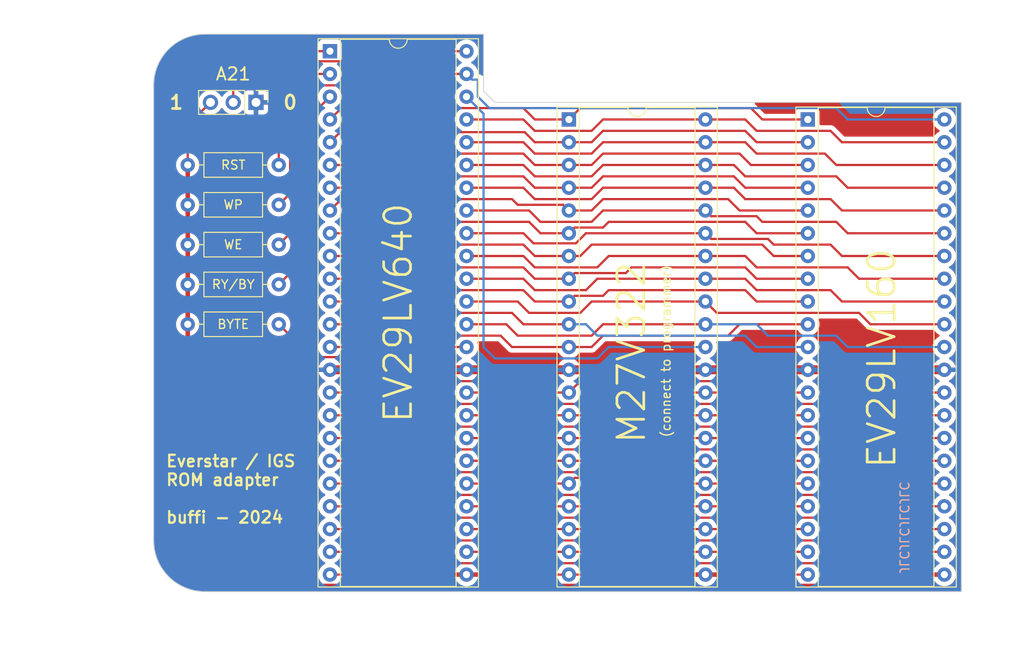
<source format=kicad_pcb>
(kicad_pcb (version 20221018) (generator pcbnew)
  (layers (0 "F.Cu" signal) (31 "B.Cu" signal) (34 "B.Paste" user) (35 "F.Paste" user) (36 "B.SilkS" user "B.Silkscreen") (37 "F.SilkS" user "F.Silkscreen") (38 "B.Mask" user) (39 "F.Mask" user) (44 "Edge.Cuts" user))
  (net 0 "")
  (net 1 "A21")
  (net 2 "WP#{slash}ACC")
  (net 3 "RY{slash}BY#")
  (net 4 "A18")
  (net 5 "A17")
  (net 6 "A7")
  (net 7 "A6")
  (net 8 "A5")
  (net 9 "A4")
  (net 10 "A3")
  (net 11 "A2")
  (net 12 "A1")
  (net 13 "A0")
  (net 14 "CE#")
  (net 15 "GND")
  (net 16 "OE#")
  (net 17 "Q0")
  (net 18 "Q8")
  (net 19 "Q1")
  (net 20 "Q9")
  (net 21 "Q2")
  (net 22 "Q10")
  (net 23 "Q3")
  (net 24 "Q11")
  (net 25 "VCC")
  (net 26 "Q4")
  (net 27 "Q12")
  (net 28 "Q5")
  (net 29 "Q13")
  (net 30 "Q6")
  (net 31 "Q14")
  (net 32 "Q7")
  (net 33 "Q15")
  (net 34 "BYTE#")
  (net 35 "A16")
  (net 36 "A15")
  (net 37 "A14")
  (net 38 "A13")
  (net 39 "A12")
  (net 40 "A11")
  (net 41 "A10")
  (net 42 "A9")
  (net 43 "A8")
  (net 44 "A19")
  (net 45 "A20")
  (net 46 "WE#")
  (net 47 "RESET#")
  (footprint "Resistor_THT:R_Axial_DIN0207_L6.3mm_D2.5mm_P10.16mm_Horizontal" (layer "F.Cu") (at 64.135 78.105 180)
    (fp_text reference "R2")
    (fp_text value "R_Small" hide)
  )
  (footprint "Resistor_THT:R_Axial_DIN0207_L6.3mm_D2.5mm_P10.16mm_Horizontal" (layer "F.Cu") (at 64.135 73.66 180)
    (fp_text reference "R1")
    (fp_text value "R_Small" hide)
  )
  (footprint "Resistor_THT:R_Axial_DIN0207_L6.3mm_D2.5mm_P10.16mm_Horizontal" (layer "F.Cu") (at 64.135 82.55 180)
    (fp_text reference "R3")
    (fp_text value "R_Small" hide)
  )
  (footprint "Package_DIP:DIP-42_W15.24mm_Socket" (layer "F.Cu") (at 96.52 68.58)
    (fp_text reference "J3")
    (fp_text value "M27V322")
  )
  (footprint "Resistor_THT:R_Axial_DIN0207_L6.3mm_D2.5mm_P10.16mm_Horizontal" (layer "F.Cu") (at 64.135 91.44 180)
    (fp_text reference "R5")
    (fp_text value "R_Small" hide)
  )
  (footprint "Resistor_THT:R_Axial_DIN0207_L6.3mm_D2.5mm_P10.16mm_Horizontal" (layer "F.Cu") (at 64.135 86.995 180)
    (fp_text reference "R4")
    (fp_text value "R_Small" hide)
  )
  (footprint "Package_DIP:DIP-48_W15.24mm_Socket" (layer "F.Cu") (at 69.85 60.96)
    (fp_text reference "J1")
    (fp_text value "EV29LV640")
  )
  (footprint "Connector_PinHeader_2.54mm:PinHeader_1x03_P2.54mm_Vertical" (layer "F.Cu") (at 61.595 66.675 -90)
    (fp_text reference "J4")
    (fp_text value "A21")
  )
  (footprint "Package_DIP:DIP-42_W15.24mm_Socket" (layer "F.Cu") (at 123.19 68.58)
    (fp_text reference "J2")
    (fp_text value "EV29LV160")
  )
  (gr_line (start 55.88 59.055) (end 86.995 59.055) (stroke (width 0.1)) (layer "Edge.Cuts"))
  (gr_line (start 86.995 59.055) (end 86.995 65.405) (stroke (width 0.1)) (layer "Edge.Cuts"))
  (gr_line (start 50.165 115.57) (end 50.165 64.77) (stroke (width 0.1)) (layer "Edge.Cuts"))
  (gr_line (start 140.335 121.285) (end 55.88 121.285) (stroke (width 0.1)) (layer "Edge.Cuts"))
  (gr_arc (start 50.165 64.77) (mid 51.838885 60.728885) (end 55.88 59.055) (stroke (width 0.1)) (layer "Edge.Cuts"))
  (gr_line (start 86.995 65.405) (end 88.265 66.675) (stroke (width 0.1)) (layer "Edge.Cuts"))
  (gr_line (start 88.265 66.675) (end 140.335 66.675) (stroke (width 0.1)) (layer "Edge.Cuts"))
  (gr_line (start 140.335 66.675) (end 140.335 121.285) (stroke (width 0.1)) (layer "Edge.Cuts"))
  (gr_arc (start 55.88 121.285) (mid 51.838885 119.611115) (end 50.165 115.57) (stroke (width 0.1)) (layer "Edge.Cuts"))
  (gr_text "JLCJLCJLCJLC" (at 133.35 119.38 -90) (layer "B.SilkS") (effects (font (size 1 1)) (justify left bottom mirror)))
  (gr_text "Everstar / IGS\nROM adapter\n\nbuffi - 2024" (at 51.435 109.855) (layer "F.SilkS") (effects (font (size 1.3 1.3) (thickness 0.25) bold) (justify left)))
  (gr_text "1" (at 52.705 66.675) (layer "F.SilkS") (effects (font (size 1.5 1.5) (thickness 0.3) bold)))
  (gr_text "0" (at 65.405 66.675) (layer "F.SilkS") (effects (font (size 1.5 1.5) (thickness 0.3) bold)))
  (gr_text "(connect to programmer)" (at 107.95 104.14 90) (layer "F.SilkS") (effects (font (size 1 1)) (justify left bottom)))
  (segment (start 60.325 60.96) (end 69.85 60.96) (width 0.25) (layer "F.Cu") (net 1))
  (segment (start 59.055 66.675) (end 59.055 62.23) (width 0.25) (layer "F.Cu") (net 1))
  (segment (start 59.055 62.23) (end 60.325 60.96) (width 0.25) (layer "F.Cu") (net 1))
  (segment (start 64.135 78.105) (end 65.405 76.835) (width 0.25) (layer "F.Cu") (net 2))
  (segment (start 65.405 66.04) (end 67.945 63.5) (width 0.25) (layer "F.Cu") (net 2))
  (segment (start 65.405 76.835) (end 65.405 66.04) (width 0.25) (layer "F.Cu") (net 2))
  (segment (start 67.945 63.5) (end 69.85 63.5) (width 0.25) (layer "F.Cu") (net 2))
  (segment (start 67.945 67.945) (end 69.85 66.04) (width 0.25) (layer "F.Cu") (net 3))
  (segment (start 67.945 83.185) (end 67.945 67.945) (width 0.25) (layer "F.Cu") (net 3))
  (segment (start 64.135 86.995) (end 67.945 83.185) (width 0.25) (layer "F.Cu") (net 3))
  (segment (start 92.71 68.58) (end 91.44 67.31) (width 0.25) (layer "F.Cu") (net 4))
  (segment (start 118.11 68.58) (end 116.84 67.31) (width 0.25) (layer "F.Cu") (net 4))
  (segment (start 97.79 67.31) (end 96.52 68.58) (width 0.25) (layer "F.Cu") (net 4))
  (segment (start 123.19 68.58) (end 118.11 68.58) (width 0.25) (layer "F.Cu") (net 4))
  (segment (start 91.44 67.31) (end 71.12 67.31) (width 0.25) (layer "F.Cu") (net 4))
  (segment (start 116.84 67.31) (end 97.79 67.31) (width 0.25) (layer "F.Cu") (net 4))
  (segment (start 71.12 67.31) (end 69.85 68.58) (width 0.25) (layer "F.Cu") (net 4))
  (segment (start 96.52 68.58) (end 92.71 68.58) (width 0.25) (layer "F.Cu") (net 4))
  (segment (start 117.475 71.12) (end 116.205 69.85) (width 0.25) (layer "F.Cu") (net 5))
  (segment (start 116.205 69.85) (end 100.33 69.85) (width 0.25) (layer "F.Cu") (net 5))
  (segment (start 69.85 71.12) (end 70.975 69.995) (width 0.25) (layer "F.Cu") (net 5))
  (segment (start 70.975 69.995) (end 91.585 69.995) (width 0.25) (layer "F.Cu") (net 5))
  (segment (start 91.585 69.995) (end 92.71 71.12) (width 0.25) (layer "F.Cu") (net 5))
  (segment (start 100.33 69.85) (end 99.06 71.12) (width 0.25) (layer "F.Cu") (net 5))
  (segment (start 99.06 71.12) (end 96.52 71.12) (width 0.25) (layer "F.Cu") (net 5))
  (segment (start 123.19 71.12) (end 117.475 71.12) (width 0.25) (layer "F.Cu") (net 5))
  (segment (start 92.71 71.12) (end 96.52 71.12) (width 0.25) (layer "F.Cu") (net 5))
  (segment (start 76.2 72.39) (end 74.93 73.66) (width 0.25) (layer "F.Cu") (net 6))
  (segment (start 92.71 73.66) (end 91.44 72.39) (width 0.25) (layer "F.Cu") (net 6))
  (segment (start 74.93 73.66) (end 69.85 73.66) (width 0.25) (layer "F.Cu") (net 6))
  (segment (start 100.33 72.39) (end 99.06 73.66) (width 0.25) (layer "F.Cu") (net 6))
  (segment (start 99.06 73.66) (end 96.52 73.66) (width 0.25) (layer "F.Cu") (net 6))
  (segment (start 115.57 72.39) (end 100.33 72.39) (width 0.25) (layer "F.Cu") (net 6))
  (segment (start 96.52 73.66) (end 92.71 73.66) (width 0.25) (layer "F.Cu") (net 6))
  (segment (start 91.44 72.39) (end 76.2 72.39) (width 0.25) (layer "F.Cu") (net 6))
  (segment (start 123.19 73.66) (end 116.84 73.66) (width 0.25) (layer "F.Cu") (net 6))
  (segment (start 116.84 73.66) (end 115.57 72.39) (width 0.25) (layer "F.Cu") (net 6))
  (segment (start 114.935 74.93) (end 100.33 74.93) (width 0.25) (layer "F.Cu") (net 7))
  (segment (start 77.47 74.93) (end 76.2 76.2) (width 0.25) (layer "F.Cu") (net 7))
  (segment (start 123.19 76.2) (end 116.205 76.2) (width 0.25) (layer "F.Cu") (net 7))
  (segment (start 100.33 74.93) (end 99.06 76.2) (width 0.25) (layer "F.Cu") (net 7))
  (segment (start 91.44 74.93) (end 77.47 74.93) (width 0.25) (layer "F.Cu") (net 7))
  (segment (start 76.2 76.2) (end 69.85 76.2) (width 0.25) (layer "F.Cu") (net 7))
  (segment (start 92.71 76.2) (end 91.44 74.93) (width 0.25) (layer "F.Cu") (net 7))
  (segment (start 116.205 76.2) (end 114.935 74.93) (width 0.25) (layer "F.Cu") (net 7))
  (segment (start 99.06 76.2) (end 96.52 76.2) (width 0.25) (layer "F.Cu") (net 7))
  (segment (start 96.52 76.2) (end 92.71 76.2) (width 0.25) (layer "F.Cu") (net 7))
  (segment (start 99.06 78.74) (end 96.52 78.74) (width 0.25) (layer "F.Cu") (net 8))
  (segment (start 96.52 78.74) (end 95.885 78.105) (width 0.25) (layer "F.Cu") (net 8))
  (segment (start 114.3 77.47) (end 100.33 77.47) (width 0.25) (layer "F.Cu") (net 8))
  (segment (start 90.805 78.105) (end 90.17 77.47) (width 0.25) (layer "F.Cu") (net 8))
  (segment (start 123.19 78.74) (end 115.57 78.74) (width 0.25) (layer "F.Cu") (net 8))
  (segment (start 95.885 78.105) (end 90.805 78.105) (width 0.25) (layer "F.Cu") (net 8))
  (segment (start 115.57 78.74) (end 114.3 77.47) (width 0.25) (layer "F.Cu") (net 8))
  (segment (start 90.17 77.47) (end 71.12 77.47) (width 0.25) (layer "F.Cu") (net 8))
  (segment (start 100.33 77.47) (end 99.06 78.74) (width 0.25) (layer "F.Cu") (net 8))
  (segment (start 71.12 77.47) (end 69.85 78.74) (width 0.25) (layer "F.Cu") (net 8))
  (segment (start 117.475 81.28) (end 116.205 80.01) (width 0.25) (layer "F.Cu") (net 9))
  (segment (start 92.075 80.01) (end 74.93 80.01) (width 0.25) (layer "F.Cu") (net 9))
  (segment (start 100.33 80.645) (end 97.155 80.645) (width 0.25) (layer "F.Cu") (net 9))
  (segment (start 100.965 80.01) (end 100.33 80.645) (width 0.25) (layer "F.Cu") (net 9))
  (segment (start 74.93 80.01) (end 73.66 81.28) (width 0.25) (layer "F.Cu") (net 9))
  (segment (start 123.19 81.28) (end 117.475 81.28) (width 0.25) (layer "F.Cu") (net 9))
  (segment (start 93.345 81.28) (end 92.075 80.01) (width 0.25) (layer "F.Cu") (net 9))
  (segment (start 73.66 81.28) (end 69.85 81.28) (width 0.25) (layer "F.Cu") (net 9))
  (segment (start 96.52 81.28) (end 93.345 81.28) (width 0.25) (layer "F.Cu") (net 9))
  (segment (start 97.155 80.645) (end 96.52 81.28) (width 0.25) (layer "F.Cu") (net 9))
  (segment (start 116.205 80.01) (end 100.965 80.01) (width 0.25) (layer "F.Cu") (net 9))
  (segment (start 123.19 83.82) (end 119.38 83.82) (width 0.25) (layer "F.Cu") (net 10))
  (segment (start 91.44 82.55) (end 77.47 82.55) (width 0.25) (layer "F.Cu") (net 10))
  (segment (start 77.47 82.55) (end 76.2 83.82) (width 0.25) (layer "F.Cu") (net 10))
  (segment (start 118.11 82.55) (end 99.06 82.55) (width 0.25) (layer "F.Cu") (net 10))
  (segment (start 99.06 82.55) (end 97.79 83.82) (width 0.25) (layer "F.Cu") (net 10))
  (segment (start 92.71 83.82) (end 91.44 82.55) (width 0.25) (layer "F.Cu") (net 10))
  (segment (start 76.2 83.82) (end 69.85 83.82) (width 0.25) (layer "F.Cu") (net 10))
  (segment (start 96.52 83.82) (end 92.71 83.82) (width 0.25) (layer "F.Cu") (net 10))
  (segment (start 119.38 83.82) (end 118.11 82.55) (width 0.25) (layer "F.Cu") (net 10))
  (segment (start 97.79 83.82) (end 96.52 83.82) (width 0.25) (layer "F.Cu") (net 10))
  (segment (start 76.2 86.36) (end 69.85 86.36) (width 0.25) (layer "F.Cu") (net 11))
  (segment (start 117.475 86.36) (end 116.205 85.09) (width 0.25) (layer "F.Cu") (net 11))
  (segment (start 102.87 85.725) (end 97.155 85.725) (width 0.25) (layer "F.Cu") (net 11))
  (segment (start 123.19 86.36) (end 117.475 86.36) (width 0.25) (layer "F.Cu") (net 11))
  (segment (start 92.71 86.36) (end 91.44 85.09) (width 0.25) (layer "F.Cu") (net 11))
  (segment (start 91.44 85.09) (end 77.47 85.09) (width 0.25) (layer "F.Cu") (net 11))
  (segment (start 116.205 85.09) (end 103.505 85.09) (width 0.25) (layer "F.Cu") (net 11))
  (segment (start 97.155 85.725) (end 96.52 86.36) (width 0.25) (layer "F.Cu") (net 11))
  (segment (start 96.52 86.36) (end 92.71 86.36) (width 0.25) (layer "F.Cu") (net 11))
  (segment (start 77.47 85.09) (end 76.2 86.36) (width 0.25) (layer "F.Cu") (net 11))
  (segment (start 103.505 85.09) (end 102.87 85.725) (width 0.25) (layer "F.Cu") (net 11))
  (segment (start 97.155 88.265) (end 96.52 88.9) (width 0.25) (layer "F.Cu") (net 12))
  (segment (start 92.71 88.9) (end 91.44 87.63) (width 0.25) (layer "F.Cu") (net 12))
  (segment (start 78.74 88.9) (end 69.85 88.9) (width 0.25) (layer "F.Cu") (net 12))
  (segment (start 123.19 88.9) (end 117.475 88.9) (width 0.25) (layer "F.Cu") (net 12))
  (segment (start 116.205 87.63) (end 100.965 87.63) (width 0.25) (layer "F.Cu") (net 12))
  (segment (start 91.44 87.63) (end 80.01 87.63) (width 0.25) (layer "F.Cu") (net 12))
  (segment (start 100.965 87.63) (end 100.33 88.265) (width 0.25) (layer "F.Cu") (net 12))
  (segment (start 96.52 88.9) (end 92.71 88.9) (width 0.25) (layer "F.Cu") (net 12))
  (segment (start 80.01 87.63) (end 78.74 88.9) (width 0.25) (layer "F.Cu") (net 12))
  (segment (start 100.33 88.265) (end 97.155 88.265) (width 0.25) (layer "F.Cu") (net 12))
  (segment (start 117.475 88.9) (end 116.205 87.63) (width 0.25) (layer "F.Cu") (net 12))
  (segment (start 90.17 90.17) (end 78.74 90.17) (width 0.25) (layer "F.Cu") (net 13))
  (segment (start 78.74 90.17) (end 77.47 91.44) (width 0.25) (layer "F.Cu") (net 13))
  (segment (start 77.47 91.44) (end 69.85 91.44) (width 0.25) (layer "F.Cu") (net 13))
  (segment (start 91.44 91.44) (end 90.17 90.17) (width 0.25) (layer "F.Cu") (net 13))
  (segment (start 96.52 91.44) (end 91.44 91.44) (width 0.25) (layer "F.Cu") (net 13))
  (segment (start 117.475 93.98) (end 116.205 92.71) (width 0.25) (layer "B.Cu") (net 13))
  (segment (start 99.695 92.71) (end 98.425 91.44) (width 0.25) (layer "B.Cu") (net 13))
  (segment (start 123.19 93.98) (end 117.475 93.98) (width 0.25) (layer "B.Cu") (net 13))
  (segment (start 116.205 92.71) (end 99.695 92.71) (width 0.25) (layer "B.Cu") (net 13))
  (segment (start 98.425 91.44) (end 96.52 91.44) (width 0.25) (layer "B.Cu") (net 13))
  (segment (start 90.17 93.98) (end 88.9 92.71) (width 0.25) (layer "F.Cu") (net 14))
  (segment (start 77.47 93.98) (end 69.85 93.98) (width 0.25) (layer "F.Cu") (net 14))
  (segment (start 78.74 92.71) (end 77.47 93.98) (width 0.25) (layer "F.Cu") (net 14))
  (segment (start 96.52 93.98) (end 90.17 93.98) (width 0.25) (layer "F.Cu") (net 14))
  (segment (start 100.33 92.71) (end 99.06 93.98) (width 0.25) (layer "F.Cu") (net 14))
  (segment (start 114.3 92.71) (end 100.33 92.71) (width 0.25) (layer "F.Cu") (net 14))
  (segment (start 99.06 93.98) (end 96.52 93.98) (width 0.25) (layer "F.Cu") (net 14))
  (segment (start 115.57 91.44) (end 114.3 92.71) (width 0.25) (layer "F.Cu") (net 14))
  (segment (start 123.19 91.44) (end 115.57 91.44) (width 0.25) (layer "F.Cu") (net 14))
  (segment (start 88.9 92.71) (end 78.74 92.71) (width 0.25) (layer "F.Cu") (net 14))
  (segment (start 61.595 66.675) (end 61.595 93.98) (width 0.25) (layer "F.Cu") (net 15))
  (segment (start 66.675 96.52) (end 69.85 96.52) (width 0.25) (layer "F.Cu") (net 15))
  (segment (start 62.865 95.25) (end 65.405 95.25) (width 0.25) (layer "F.Cu") (net 15))
  (segment (start 69.85 96.52) (end 138.43 96.52) (width 1) (layer "F.Cu") (net 15))
  (segment (start 61.595 93.98) (end 62.865 95.25) (width 0.25) (layer "F.Cu") (net 15))
  (segment (start 65.405 95.25) (end 66.675 96.52) (width 0.25) (layer "F.Cu") (net 15))
  (segment (start 74.93 99.06) (end 69.85 99.06) (width 0.25) (layer "F.Cu") (net 16))
  (segment (start 76.2 97.79) (end 74.93 99.06) (width 0.25) (layer "F.Cu") (net 16))
  (segment (start 114.935 97.79) (end 97.79 97.79) (width 0.25) (layer "F.Cu") (net 16))
  (segment (start 116.205 99.06) (end 114.935 97.79) (width 0.25) (layer "F.Cu") (net 16))
  (segment (start 90.17 99.06) (end 88.9 97.79) (width 0.25) (layer "F.Cu") (net 16))
  (segment (start 96.52 99.06) (end 90.17 99.06) (width 0.25) (layer "F.Cu") (net 16))
  (segment (start 123.19 99.06) (end 116.205 99.06) (width 0.25) (layer "F.Cu") (net 16))
  (segment (start 97.79 97.79) (end 96.52 99.06) (width 0.25) (layer "F.Cu") (net 16))
  (segment (start 88.9 97.79) (end 76.2 97.79) (width 0.25) (layer "F.Cu") (net 16))
  (segment (start 88.9 100.33) (end 77.47 100.33) (width 0.25) (layer "F.Cu") (net 17))
  (segment (start 90.17 101.6) (end 88.9 100.33) (width 0.25) (layer "F.Cu") (net 17))
  (segment (start 96.52 101.6) (end 90.17 101.6) (width 0.25) (layer "F.Cu") (net 17))
  (segment (start 99.06 101.6) (end 96.52 101.6) (width 0.25) (layer "F.Cu") (net 17))
  (segment (start 123.19 101.6) (end 114.935 101.6) (width 0.25) (layer "F.Cu") (net 17))
  (segment (start 114.935 101.6) (end 113.665 100.33) (width 0.25) (layer "F.Cu") (net 17))
  (segment (start 100.33 100.33) (end 99.06 101.6) (width 0.25) (layer "F.Cu") (net 17))
  (segment (start 77.47 100.33) (end 76.2 101.6) (width 0.25) (layer "F.Cu") (net 17))
  (segment (start 76.2 101.6) (end 69.85 101.6) (width 0.25) (layer "F.Cu") (net 17))
  (segment (start 113.665 100.33) (end 100.33 100.33) (width 0.25) (layer "F.Cu") (net 17))
  (segment (start 88.9 104.14) (end 87.63 102.87) (width 0.25) (layer "F.Cu") (net 18))
  (segment (start 77.47 104.14) (end 69.85 104.14) (width 0.25) (layer "F.Cu") (net 18))
  (segment (start 96.52 104.14) (end 88.9 104.14) (width 0.25) (layer "F.Cu") (net 18))
  (segment (start 113.665 102.87) (end 100.33 102.87) (width 0.25) (layer "F.Cu") (net 18))
  (segment (start 100.33 102.87) (end 99.06 104.14) (width 0.25) (layer "F.Cu") (net 18))
  (segment (start 123.19 104.14) (end 114.935 104.14) (width 0.25) (layer "F.Cu") (net 18))
  (segment (start 78.74 102.87) (end 77.47 104.14) (width 0.25) (layer "F.Cu") (net 18))
  (segment (start 114.935 104.14) (end 113.665 102.87) (width 0.25) (layer "F.Cu") (net 18))
  (segment (start 99.06 104.14) (end 96.52 104.14) (width 0.25) (layer "F.Cu") (net 18))
  (segment (start 87.63 102.87) (end 78.74 102.87) (width 0.25) (layer "F.Cu") (net 18))
  (segment (start 87.63 105.41) (end 74.93 105.41) (width 0.25) (layer "F.Cu") (net 19))
  (segment (start 99.695 106.68) (end 96.52 106.68) (width 0.25) (layer "F.Cu") (net 19))
  (segment (start 113.665 105.41) (end 100.965 105.41) (width 0.25) (layer "F.Cu") (net 19))
  (segment (start 123.19 106.68) (end 114.935 106.68) (width 0.25) (layer "F.Cu") (net 19))
  (segment (start 114.935 106.68) (end 113.665 105.41) (width 0.25) (layer "F.Cu") (net 19))
  (segment (start 73.66 106.68) (end 69.85 106.68) (width 0.25) (layer "F.Cu") (net 19))
  (segment (start 100.965 105.41) (end 99.695 106.68) (width 0.25) (layer "F.Cu") (net 19))
  (segment (start 88.9 106.68) (end 87.63 105.41) (width 0.25) (layer "F.Cu") (net 19))
  (segment (start 74.93 105.41) (end 73.66 106.68) (width 0.25) (layer "F.Cu") (net 19))
  (segment (start 96.52 106.68) (end 88.9 106.68) (width 0.25) (layer "F.Cu") (net 19))
  (segment (start 96.52 109.22) (end 88.9 109.22) (width 0.25) (layer "F.Cu") (net 20))
  (segment (start 87.63 107.95) (end 74.93 107.95) (width 0.25) (layer "F.Cu") (net 20))
  (segment (start 114.935 109.22) (end 113.665 107.95) (width 0.25) (layer "F.Cu") (net 20))
  (segment (start 88.9 109.22) (end 87.63 107.95) (width 0.25) (layer "F.Cu") (net 20))
  (segment (start 97.155 108.585) (end 96.52 109.22) (width 0.25) (layer "F.Cu") (net 20))
  (segment (start 74.93 107.95) (end 73.66 109.22) (width 0.25) (layer "F.Cu") (net 20))
  (segment (start 113.665 107.95) (end 101.6 107.95) (width 0.25) (layer "F.Cu") (net 20))
  (segment (start 73.66 109.22) (end 69.85 109.22) (width 0.25) (layer "F.Cu") (net 20))
  (segment (start 101.6 107.95) (end 100.965 108.585) (width 0.25) (layer "F.Cu") (net 20))
  (segment (start 100.965 108.585) (end 97.155 108.585) (width 0.25) (layer "F.Cu") (net 20))
  (segment (start 123.19 109.22) (end 114.935 109.22) (width 0.25) (layer "F.Cu") (net 20))
  (segment (start 90.17 111.76) (end 88.9 110.49) (width 0.25) (layer "F.Cu") (net 21))
  (segment (start 77.47 110.49) (end 76.2 111.76) (width 0.25) (layer "F.Cu") (net 21))
  (segment (start 114.935 111.76) (end 113.665 110.49) (width 0.25) (layer "F.Cu") (net 21))
  (segment (start 99.06 111.76) (end 96.52 111.76) (width 0.25) (layer "F.Cu") (net 21))
  (segment (start 123.19 111.76) (end 114.935 111.76) (width 0.25) (layer "F.Cu") (net 21))
  (segment (start 88.9 110.49) (end 77.47 110.49) (width 0.25) (layer "F.Cu") (net 21))
  (segment (start 113.665 110.49) (end 100.33 110.49) (width 0.25) (layer "F.Cu") (net 21))
  (segment (start 76.2 111.76) (end 69.85 111.76) (width 0.25) (layer "F.Cu") (net 21))
  (segment (start 96.52 111.76) (end 90.17 111.76) (width 0.25) (layer "F.Cu") (net 21))
  (segment (start 100.33 110.49) (end 99.06 111.76) (width 0.25) (layer "F.Cu") (net 21))
  (segment (start 96.52 114.3) (end 90.17 114.3) (width 0.25) (layer "F.Cu") (net 22))
  (segment (start 90.17 114.3) (end 88.9 113.03) (width 0.25) (layer "F.Cu") (net 22))
  (segment (start 99.06 114.3) (end 96.52 114.3) (width 0.25) (layer "F.Cu") (net 22))
  (segment (start 88.9 113.03) (end 78.74 113.03) (width 0.25) (layer "F.Cu") (net 22))
  (segment (start 100.33 113.03) (end 99.06 114.3) (width 0.25) (layer "F.Cu") (net 22))
  (segment (start 114.935 114.3) (end 113.665 113.03) (width 0.25) (layer "F.Cu") (net 22))
  (segment (start 77.47 114.3) (end 69.85 114.3) (width 0.25) (layer "F.Cu") (net 22))
  (segment (start 113.665 113.03) (end 100.33 113.03) (width 0.25) (layer "F.Cu") (net 22))
  (segment (start 123.19 114.3) (end 114.935 114.3) (width 0.25) (layer "F.Cu") (net 22))
  (segment (start 78.74 113.03) (end 77.47 114.3) (width 0.25) (layer "F.Cu") (net 22))
  (segment (start 113.665 115.57) (end 100.0125 115.57) (width 0.25) (layer "F.Cu") (net 23))
  (segment (start 100.0125 115.57) (end 98.7425 116.84) (width 0.25) (layer "F.Cu") (net 23))
  (segment (start 123.19 116.84) (end 114.935 116.84) (width 0.25) (layer "F.Cu") (net 23))
  (segment (start 114.935 116.84) (end 113.665 115.57) (width 0.25) (layer "F.Cu") (net 23))
  (segment (start 96.52 116.84) (end 90.17 116.84) (width 0.25) (layer "F.Cu") (net 23))
  (segment (start 90.17 116.84) (end 88.9 115.57) (width 0.25) (layer "F.Cu") (net 23))
  (segment (start 76.2 116.84) (end 69.85 116.84) (width 0.25) (layer "F.Cu") (net 23))
  (segment (start 77.47 115.57) (end 76.2 116.84) (width 0.25) (layer "F.Cu") (net 23))
  (segment (start 98.7425 116.84) (end 96.52 116.84) (width 0.25) (layer "F.Cu") (net 23))
  (segment (start 88.9 115.57) (end 77.47 115.57) (width 0.25) (layer "F.Cu") (net 23))
  (segment (start 98.425 119.38) (end 96.52 119.38) (width 0.25) (layer "F.Cu") (net 24))
  (segment (start 96.52 119.38) (end 90.17 119.38) (width 0.25) (layer "F.Cu") (net 24))
  (segment (start 88.9 118.11) (end 78.74 118.11) (width 0.25) (layer "F.Cu") (net 24))
  (segment (start 77.47 119.38) (end 69.85 119.38) (width 0.25) (layer "F.Cu") (net 24))
  (segment (start 123.19 119.38) (end 114.935 119.38) (width 0.25) (layer "F.Cu") (net 24))
  (segment (start 90.17 119.38) (end 88.9 118.11) (width 0.25) (layer "F.Cu") (net 24))
  (segment (start 78.74 118.11) (end 77.47 119.38) (width 0.25) (layer "F.Cu") (net 24))
  (segment (start 114.935 119.38) (end 113.665 118.11) (width 0.25) (layer "F.Cu") (net 24))
  (segment (start 99.695 118.11) (end 98.425 119.38) (width 0.25) (layer "F.Cu") (net 24))
  (segment (start 113.665 118.11) (end 99.695 118.11) (width 0.25) (layer "F.Cu") (net 24))
  (segment (start 77.47 120.65) (end 68.58 120.65) (width 0.5) (layer "F.Cu") (net 25))
  (segment (start 53.975 69.215) (end 53.975 73.66) (width 0.25) (layer "F.Cu") (net 25))
  (segment (start 85.09 119.38) (end 78.74 119.38) (width 0.5) (layer "F.Cu") (net 25))
  (segment (start 111.76 119.38) (end 100.33 119.38) (width 0.5) (layer "F.Cu") (net 25))
  (segment (start 88.265 119.38) (end 85.09 119.38) (width 0.5) (layer "F.Cu") (net 25))
  (segment (start 65.405 97.155) (end 57.15 97.155) (width 0.5) (layer "F.Cu") (net 25))
  (segment (start 99.06 120.65) (end 89.535 120.65) (width 0.5) (layer "F.Cu") (net 25))
  (segment (start 89.535 120.65) (end 88.265 119.38) (width 0.5) (layer "F.Cu") (net 25))
  (segment (start 53.975 93.98) (end 53.975 91.44) (width 0.5) (layer "F.Cu") (net 25))
  (segment (start 124.46 120.65) (end 114.3 120.65) (width 0.5) (layer "F.Cu") (net 25))
  (segment (start 57.15 97.155) (end 53.975 93.98) (width 0.5) (layer "F.Cu") (net 25))
  (segment (start 56.515 66.675) (end 53.975 69.215) (width 0.25) (layer "F.Cu") (net 25))
  (segment (start 67.31 99.06) (end 65.405 97.155) (width 0.5) (layer "F.Cu") (net 25))
  (segment (start 113.03 119.38) (end 111.76 119.38) (width 0.5) (layer "F.Cu") (net 25))
  (segment (start 67.31 119.38) (end 67.31 99.06) (width 0.5) (layer "F.Cu") (net 25))
  (segment (start 100.33 119.38) (end 99.06 120.65) (width 0.5) (layer "F.Cu") (net 25))
  (segment (start 68.58 120.65) (end 67.31 119.38) (width 0.5) (layer "F.Cu") (net 25))
  (segment (start 125.73 119.38) (end 124.46 120.65) (width 0.5) (layer "F.Cu") (net 25))
  (segment (start 78.74 119.38) (end 77.47 120.65) (width 0.5) (layer "F.Cu") (net 25))
  (segment (start 53.975 91.44) (end 53.975 73.66) (width 0.5) (layer "F.Cu") (net 25))
  (segment (start 114.3 120.65) (end 113.03 119.38) (width 0.5) (layer "F.Cu") (net 25))
  (segment (start 138.43 119.38) (end 125.73 119.38) (width 0.5) (layer "F.Cu") (net 25))
  (segment (start 88.9 116.84) (end 85.09 116.84) (width 0.25) (layer "F.Cu") (net 26))
  (segment (start 111.76 116.84) (end 99.695 116.84) (width 0.25) (layer "F.Cu") (net 26))
  (segment (start 114.935 118.11) (end 113.665 116.84) (width 0.25) (layer "F.Cu") (net 26))
  (segment (start 125.73 116.84) (end 124.46 118.11) (width 0.25) (layer "F.Cu") (net 26))
  (segment (start 138.43 116.84) (end 125.73 116.84) (width 0.25) (layer "F.Cu") (net 26))
  (segment (start 90.17 118.11) (end 88.9 116.84) (width 0.25) (layer "F.Cu") (net 26))
  (segment (start 113.665 116.84) (end 111.76 116.84) (width 0.25) (layer "F.Cu") (net 26))
  (segment (start 98.425 118.11) (end 90.17 118.11) (width 0.25) (layer "F.Cu") (net 26))
  (segment (start 99.695 116.84) (end 98.425 118.11) (width 0.25) (layer "F.Cu") (net 26))
  (segment (start 124.46 118.11) (end 114.935 118.11) (width 0.25) (layer "F.Cu") (net 26))
  (segment (start 99.06 115.57) (end 90.17 115.57) (width 0.25) (layer "F.Cu") (net 27))
  (segment (start 114.935 115.57) (end 113.665 114.3) (width 0.25) (layer "F.Cu") (net 27))
  (segment (start 113.665 114.3) (end 111.76 114.3) (width 0.25) (layer "F.Cu") (net 27))
  (segment (start 111.76 114.3) (end 100.33 114.3) (width 0.25) (layer "F.Cu") (net 27))
  (segment (start 125.73 114.3) (end 124.46 115.57) (width 0.25) (layer "F.Cu") (net 27))
  (segment (start 100.33 114.3) (end 99.06 115.57) (width 0.25) (layer "F.Cu") (net 27))
  (segment (start 88.9 114.3) (end 85.09 114.3) (width 0.25) (layer "F.Cu") (net 27))
  (segment (start 138.43 114.3) (end 125.73 114.3) (width 0.25) (layer "F.Cu") (net 27))
  (segment (start 124.46 115.57) (end 114.935 115.57) (width 0.25) (layer "F.Cu") (net 27))
  (segment (start 90.17 115.57) (end 88.9 114.3) (width 0.25) (layer "F.Cu") (net 27))
  (segment (start 90.17 113.03) (end 88.9 111.76) (width 0.25) (layer "F.Cu") (net 28))
  (segment (start 88.9 111.76) (end 85.09 111.76) (width 0.25) (layer "F.Cu") (net 28))
  (segment (start 99.06 113.03) (end 90.17 113.03) (width 0.25) (layer "F.Cu") (net 28))
  (segment (start 114.935 113.03) (end 113.665 111.76) (width 0.25) (layer "F.Cu") (net 28))
  (segment (start 125.095 113.03) (end 114.935 113.03) (width 0.25) (layer "F.Cu") (net 28))
  (segment (start 138.43 111.76) (end 126.365 111.76) (width 0.25) (layer "F.Cu") (net 28))
  (segment (start 100.33 111.76) (end 99.06 113.03) (width 0.25) (layer "F.Cu") (net 28))
  (segment (start 126.365 111.76) (end 125.095 113.03) (width 0.25) (layer "F.Cu") (net 28))
  (segment (start 111.76 111.76) (end 100.33 111.76) (width 0.25) (layer "F.Cu") (net 28))
  (segment (start 113.665 111.76) (end 111.76 111.76) (width 0.25) (layer "F.Cu") (net 28))
  (segment (start 90.805 110.49) (end 90.17 109.855) (width 0.25) (layer "F.Cu") (net 29))
  (segment (start 111.76 109.22) (end 99.06 109.22) (width 0.25) (layer "F.Cu") (net 29))
  (segment (start 97.79 110.49) (end 90.805 110.49) (width 0.25) (layer "F.Cu") (net 29))
  (segment (start 138.43 109.22) (end 126.365 109.22) (width 0.25) (layer "F.Cu") (net 29))
  (segment (start 87.63 109.22) (end 85.09 109.22) (width 0.25) (layer "F.Cu") (net 29))
  (segment (start 114.935 110.49) (end 113.665 109.22) (width 0.25) (layer "F.Cu") (net 29))
  (segment (start 126.365 109.22) (end 125.095 110.49) (width 0.25) (layer "F.Cu") (net 29))
  (segment (start 99.06 109.22) (end 97.79 110.49) (width 0.25) (layer "F.Cu") (net 29))
  (segment (start 113.665 109.22) (end 111.76 109.22) (width 0.25) (layer "F.Cu") (net 29))
  (segment (start 88.265 109.855) (end 87.63 109.22) (width 0.25) (layer "F.Cu") (net 29))
  (segment (start 90.17 109.855) (end 88.265 109.855) (width 0.25) (layer "F.Cu") (net 29))
  (segment (start 125.095 110.49) (end 114.935 110.49) (width 0.25) (layer "F.Cu") (net 29))
  (segment (start 111.76 106.68) (end 100.965 106.68) (width 0.25) (layer "F.Cu") (net 30))
  (segment (start 113.665 106.68) (end 111.76 106.68) (width 0.25) (layer "F.Cu") (net 30))
  (segment (start 125.095 107.95) (end 114.935 107.95) (width 0.25) (layer "F.Cu") (net 30))
  (segment (start 100.965 106.68) (end 99.695 107.95) (width 0.25) (layer "F.Cu") (net 30))
  (segment (start 99.695 107.95) (end 88.9 107.95) (width 0.25) (layer "F.Cu") (net 30))
  (segment (start 138.43 106.68) (end 126.365 106.68) (width 0.25) (layer "F.Cu") (net 30))
  (segment (start 87.63 106.68) (end 85.09 106.68) (width 0.25) (layer "F.Cu") (net 30))
  (segment (start 88.9 107.95) (end 87.63 106.68) (width 0.25) (layer "F.Cu") (net 30))
  (segment (start 126.365 106.68) (end 125.095 107.95) (width 0.25) (layer "F.Cu") (net 30))
  (segment (start 114.935 107.95) (end 113.665 106.68) (width 0.25) (layer "F.Cu") (net 30))
  (segment (start 126.365 104.14) (end 125.095 105.41) (width 0.25) (layer "F.Cu") (net 31))
  (segment (start 87.63 104.14) (end 85.09 104.14) (width 0.25) (layer "F.Cu") (net 31))
  (segment (start 111.76 104.14) (end 100.965 104.14) (width 0.25) (layer "F.Cu") (net 31))
  (segment (start 125.095 105.41) (end 114.935 105.41) (width 0.25) (layer "F.Cu") (net 31))
  (segment (start 138.43 104.14) (end 126.365 104.14) (width 0.25) (layer "F.Cu") (net 31))
  (segment (start 99.695 105.41) (end 88.9 105.41) (width 0.25) (layer "F.Cu") (net 31))
  (segment (start 113.665 104.14) (end 111.76 104.14) (width 0.25) (layer "F.Cu") (net 31))
  (segment (start 100.965 104.14) (end 99.695 105.41) (width 0.25) (layer "F.Cu") (net 31))
  (segment (start 88.9 105.41) (end 87.63 104.14) (width 0.25) (layer "F.Cu") (net 31))
  (segment (start 114.935 105.41) (end 113.665 104.14) (width 0.25) (layer "F.Cu") (net 31))
  (segment (start 113.665 101.6) (end 111.76 101.6) (width 0.25) (layer "F.Cu") (net 32))
  (segment (start 114.935 102.87) (end 113.665 101.6) (width 0.25) (layer "F.Cu") (net 32))
  (segment (start 111.76 101.6) (end 100.33 101.6) (width 0.25) (layer "F.Cu") (net 32))
  (segment (start 100.33 101.6) (end 99.06 102.87) (width 0.25) (layer "F.Cu") (net 32))
  (segment (start 99.06 102.87) (end 89.535 102.87) (width 0.25) (layer "F.Cu") (net 32))
  (segment (start 126.365 101.6) (end 125.095 102.87) (width 0.25) (layer "F.Cu") (net 32))
  (segment (start 138.43 101.6) (end 126.365 101.6) (width 0.25) (layer "F.Cu") (net 32))
  (segment (start 89.535 102.87) (end 88.265 101.6) (width 0.25) (layer "F.Cu") (net 32))
  (segment (start 88.265 101.6) (end 85.09 101.6) (width 0.25) (layer "F.Cu") (net 32))
  (segment (start 125.095 102.87) (end 114.935 102.87) (width 0.25) (layer "F.Cu") (net 32))
  (segment (start 127 99.06) (end 125.73 100.33) (width 0.25) (layer "F.Cu") (net 33))
  (segment (start 125.73 100.33) (end 115.57 100.33) (width 0.25) (layer "F.Cu") (net 33))
  (segment (start 114.3 99.06) (end 111.76 99.06) (width 0.25) (layer "F.Cu") (net 33))
  (segment (start 90.17 100.33) (end 88.9 99.06) (width 0.25) (layer "F.Cu") (net 33))
  (segment (start 99.06 100.33) (end 90.17 100.33) (width 0.25) (layer "F.Cu") (net 33))
  (segment (start 115.57 100.33) (end 114.3 99.06) (width 0.25) (layer "F.Cu") (net 33))
  (segment (start 138.43 99.06) (end 127 99.06) (width 0.25) (layer "F.Cu") (net 33))
  (segment (start 111.76 99.06) (end 100.33 99.06) (width 0.25) (layer "F.Cu") (net 33))
  (segment (start 88.9 99.06) (end 85.09 99.06) (width 0.25) (layer "F.Cu") (net 33))
  (segment (start 100.33 99.06) (end 99.06 100.33) (width 0.25) (layer "F.Cu") (net 33))
  (segment (start 67.8 95.105) (end 81.425 95.105) (width 0.25) (layer "F.Cu") (net 34))
  (segment (start 64.135 91.44) (end 67.8 95.105) (width 0.25) (layer "F.Cu") (net 34))
  (segment (start 81.425 95.105) (end 82.55 93.98) (width 0.25) (layer "F.Cu") (net 34))
  (segment (start 82.55 93.98) (end 85.09 93.98) (width 0.25) (layer "F.Cu") (net 34))
  (segment (start 111.76 91.44) (end 100.33 91.44) (width 0.25) (layer "F.Cu") (net 35))
  (segment (start 89.535 91.44) (end 85.09 91.44) (width 0.25) (layer "F.Cu") (net 35))
  (segment (start 100.33 91.44) (end 99.06 92.71) (width 0.25) (layer "F.Cu") (net 35))
  (segment (start 90.805 92.71) (end 89.535 91.44) (width 0.25) (layer "F.Cu") (net 35))
  (segment (start 99.06 92.71) (end 90.805 92.71) (width 0.25) (layer "F.Cu") (net 35))
  (segment (start 127.635 93.98) (end 126.365 92.71) (width 0.25) (layer "B.Cu") (net 35))
  (segment (start 118.745 92.71) (end 117.475 91.44) (width 0.25) (layer "B.Cu") (net 35))
  (segment (start 138.43 93.98) (end 127.635 93.98) (width 0.25) (layer "B.Cu") (net 35))
  (segment (start 117.475 91.44) (end 111.76 91.44) (width 0.25) (layer "B.Cu") (net 35))
  (segment (start 126.365 92.71) (end 118.745 92.71) (width 0.25) (layer "B.Cu") (net 35))
  (segment (start 113.03 90.17) (end 111.76 88.9) (width 0.25) (layer "F.Cu") (net 36))
  (segment (start 130.175 91.44) (end 128.905 90.17) (width 0.25) (layer "F.Cu") (net 36))
  (segment (start 138.43 91.44) (end 130.175 91.44) (width 0.25) (layer "F.Cu") (net 36))
  (segment (start 97.79 90.17) (end 92.075 90.17) (width 0.25) (layer "F.Cu") (net 36))
  (segment (start 90.805 88.9) (end 85.09 88.9) (width 0.25) (layer "F.Cu") (net 36))
  (segment (start 92.075 90.17) (end 90.805 88.9) (width 0.25) (layer "F.Cu") (net 36))
  (segment (start 111.76 88.9) (end 99.06 88.9) (width 0.25) (layer "F.Cu") (net 36))
  (segment (start 128.905 90.17) (end 113.03 90.17) (width 0.25) (layer "F.Cu") (net 36))
  (segment (start 99.06 88.9) (end 97.79 90.17) (width 0.25) (layer "F.Cu") (net 36))
  (segment (start 116.205 86.36) (end 111.76 86.36) (width 0.25) (layer "F.Cu") (net 37))
  (segment (start 99.695 86.36) (end 98.425 87.63) (width 0.25) (layer "F.Cu") (net 37))
  (segment (start 98.425 87.63) (end 92.71 87.63) (width 0.25) (layer "F.Cu") (net 37))
  (segment (start 127 88.9) (end 125.73 87.63) (width 0.25) (layer "F.Cu") (net 37))
  (segment (start 92.71 87.63) (end 91.44 86.36) (width 0.25) (layer "F.Cu") (net 37))
  (segment (start 138.43 88.9) (end 127 88.9) (width 0.25) (layer "F.Cu") (net 37))
  (segment (start 117.475 87.63) (end 116.205 86.36) (width 0.25) (layer "F.Cu") (net 37))
  (segment (start 125.73 87.63) (end 117.475 87.63) (width 0.25) (layer "F.Cu") (net 37))
  (segment (start 91.44 86.36) (end 85.09 86.36) (width 0.25) (layer "F.Cu") (net 37))
  (segment (start 111.76 86.36) (end 99.695 86.36) (width 0.25) (layer "F.Cu") (net 37))
  (segment (start 128.905 86.36) (end 127.635 85.09) (width 0.25) (layer "F.Cu") (net 38))
  (segment (start 100.965 83.82) (end 99.695 85.09) (width 0.25) (layer "F.Cu") (net 38))
  (segment (start 99.695 85.09) (end 92.71 85.09) (width 0.25) (layer "F.Cu") (net 38))
  (segment (start 111.76 83.82) (end 100.965 83.82) (width 0.25) (layer "F.Cu") (net 38))
  (segment (start 127.635 85.09) (end 117.475 85.09) (width 0.25) (layer "F.Cu") (net 38))
  (segment (start 92.71 85.09) (end 91.44 83.82) (width 0.25) (layer "F.Cu") (net 38))
  (segment (start 117.475 85.09) (end 116.205 83.82) (width 0.25) (layer "F.Cu") (net 38))
  (segment (start 116.205 83.82) (end 111.76 83.82) (width 0.25) (layer "F.Cu") (net 38))
  (segment (start 91.44 83.82) (end 85.09 83.82) (width 0.25) (layer "F.Cu") (net 38))
  (segment (start 138.43 86.36) (end 128.905 86.36) (width 0.25) (layer "F.Cu") (net 38))
  (segment (start 97.3 82.405) (end 92.565 82.405) (width 0.25) (layer "F.Cu") (net 39))
  (segment (start 119.38 82.55) (end 118.745 81.915) (width 0.25) (layer "F.Cu") (net 39))
  (segment (start 91.44 81.28) (end 85.09 81.28) (width 0.25) (layer "F.Cu") (net 39))
  (segment (start 118.745 81.915) (end 112.395 81.915) (width 0.25) (layer "F.Cu") (net 39))
  (segment (start 98.425 81.28) (end 97.3 82.405) (width 0.25) (layer "F.Cu") (net 39))
  (segment (start 111.76 81.28) (end 98.425 81.28) (width 0.25) (layer "F.Cu") (net 39))
  (segment (start 127 83.82) (end 125.73 82.55) (width 0.25) (layer "F.Cu") (net 39))
  (segment (start 92.565 82.405) (end 91.44 81.28) (width 0.25) (layer "F.Cu") (net 39))
  (segment (start 112.395 81.915) (end 111.76 81.28) (width 0.25) (layer "F.Cu") (net 39))
  (segment (start 125.73 82.55) (end 119.38 82.55) (width 0.25) (layer "F.Cu") (net 39))
  (segment (start 138.43 83.82) (end 127 83.82) (width 0.25) (layer "F.Cu") (net 39))
  (segment (start 117.475 79.375) (end 112.395 79.375) (width 0.25) (layer "F.Cu") (net 40))
  (segment (start 118.11 80.01) (end 117.475 79.375) (width 0.25) (layer "F.Cu") (net 40))
  (segment (start 127.635 81.28) (end 126.365 80.01) (width 0.25) (layer "F.Cu") (net 40))
  (segment (start 99.06 80.01) (end 93.345 80.01) (width 0.25) (layer "F.Cu") (net 40))
  (segment (start 138.43 81.28) (end 127.635 81.28) (width 0.25) (layer "F.Cu") (net 40))
  (segment (start 126.365 80.01) (end 118.11 80.01) (width 0.25) (layer "F.Cu") (net 40))
  (segment (start 111.76 78.74) (end 100.33 78.74) (width 0.25) (layer "F.Cu") (net 40))
  (segment (start 100.33 78.74) (end 99.06 80.01) (width 0.25) (layer "F.Cu") (net 40))
  (segment (start 112.395 79.375) (end 111.76 78.74) (width 0.25) (layer "F.Cu") (net 40))
  (segment (start 93.345 80.01) (end 92.075 78.74) (width 0.25) (layer "F.Cu") (net 40))
  (segment (start 92.075 78.74) (end 85.09 78.74) (width 0.25) (layer "F.Cu") (net 40))
  (segment (start 91.44 76.2) (end 85.09 76.2) (width 0.25) (layer "F.Cu") (net 41))
  (segment (start 111.76 76.2) (end 100.33 76.2) (width 0.25) (layer "F.Cu") (net 41))
  (segment (start 138.43 78.74) (end 127 78.74) (width 0.25) (layer "F.Cu") (net 41))
  (segment (start 114.935 76.2) (end 111.76 76.2) (width 0.25) (layer "F.Cu") (net 41))
  (segment (start 92.71 77.47) (end 91.44 76.2) (width 0.25) (layer "F.Cu") (net 41))
  (segment (start 116.205 77.47) (end 114.935 76.2) (width 0.25) (layer "F.Cu") (net 41))
  (segment (start 125.73 77.47) (end 116.205 77.47) (width 0.25) (layer "F.Cu") (net 41))
  (segment (start 100.33 76.2) (end 99.06 77.47) (width 0.25) (layer "F.Cu") (net 41))
  (segment (start 127 78.74) (end 125.73 77.47) (width 0.25) (layer "F.Cu") (net 41))
  (segment (start 99.06 77.47) (end 92.71 77.47) (width 0.25) (layer "F.Cu") (net 41))
  (segment (start 116.205 74.93) (end 114.935 73.66) (width 0.25) (layer "F.Cu") (net 42))
  (segment (start 114.935 73.66) (end 111.76 73.66) (width 0.25) (layer "F.Cu") (net 42))
  (segment (start 92.71 74.93) (end 91.44 73.66) (width 0.25) (layer "F.Cu") (net 42))
  (segment (start 138.43 76.2) (end 127.635 76.2) (width 0.25) (layer "F.Cu") (net 42))
  (segment (start 111.76 73.66) (end 100.33 73.66) (width 0.25) (layer "F.Cu") (net 42))
  (segment (start 127.635 76.2) (end 126.365 74.93) (width 0.25) (layer "F.Cu") (net 42))
  (segment (start 91.44 73.66) (end 85.09 73.66) (width 0.25) (layer "F.Cu") (net 42))
  (segment (start 99.06 74.93) (end 92.71 74.93) (width 0.25) (layer "F.Cu") (net 42))
  (segment (start 100.33 73.66) (end 99.06 74.93) (width 0.25) (layer "F.Cu") (net 42))
  (segment (start 126.365 74.93) (end 116.205 74.93) (width 0.25) (layer "F.Cu") (net 42))
  (segment (start 111.76 71.12) (end 100.33 71.12) (width 0.25) (layer "F.Cu") (net 43))
  (segment (start 99.06 72.39) (end 92.71 72.39) (width 0.25) (layer "F.Cu") (net 43))
  (segment (start 100.33 71.12) (end 99.06 72.39) (width 0.25) (layer "F.Cu") (net 43))
  (segment (start 125.095 72.39) (end 117.475 72.39) (width 0.25) (layer "F.Cu") (net 43))
  (segment (start 117.475 72.39) (end 116.205 71.12) (width 0.25) (layer "F.Cu") (net 43))
  (segment (start 138.43 73.66) (end 126.365 73.66) (width 0.25) (layer "F.Cu") (net 43))
  (segment (start 91.44 71.12) (end 85.09 71.12) (width 0.25) (layer "F.Cu") (net 43))
  (segment (start 126.365 73.66) (end 125.095 72.39) (width 0.25) (layer "F.Cu") (net 43))
  (segment (start 92.71 72.39) (end 91.44 71.12) (width 0.25) (layer "F.Cu") (net 43))
  (segment (start 116.205 71.12) (end 111.76 71.12) (width 0.25) (layer "F.Cu") (net 43))
  (segment (start 116.205 68.58) (end 111.76 68.58) (width 0.25) (layer "F.Cu") (net 44))
  (segment (start 99.06 69.85) (end 92.71 69.85) (width 0.25) (layer "F.Cu") (net 44))
  (segment (start 111.76 68.58) (end 100.33 68.58) (width 0.25) (layer "F.Cu") (net 44))
  (segment (start 127 71.12) (end 125.73 69.85) (width 0.25) (layer "F.Cu") (net 44))
  (segment (start 100.33 68.58) (end 99.06 69.85) (width 0.25) (layer "F.Cu") (net 44))
  (segment (start 138.43 71.12) (end 127 71.12) (width 0.25) (layer "F.Cu") (net 44))
  (segment (start 92.71 69.85) (end 91.44 68.58) (width 0.25) (layer "F.Cu") (net 44))
  (segment (start 125.73 69.85) (end 117.475 69.85) (width 0.25) (layer "F.Cu") (net 44))
  (segment (start 117.475 69.85) (end 116.205 68.58) (width 0.25) (layer "F.Cu") (net 44))
  (segment (start 91.44 68.58) (end 85.09 68.58) (width 0.25) (layer "F.Cu") (net 44))
  (segment (start 86.995 93.98) (end 86.995 67.945) (width 0.25) (layer "B.Cu") (net 45))
  (segment (start 86.995 67.945) (end 85.09 66.04) (width 0.25) (layer "B.Cu") (net 45))
  (segment (start 111.76 93.98) (end 100.965 93.98) (width 0.25) (layer "B.Cu") (net 45))
  (segment (start 88.265 95.25) (end 86.995 93.98) (width 0.25) (layer "B.Cu") (net 45))
  (segment (start 99.695 95.25) (end 88.265 95.25) (width 0.25) (layer "B.Cu") (net 45))
  (segment (start 100.965 93.98) (end 99.695 95.25) (width 0.25) (layer "B.Cu") (net 45))
  (segment (start 73.66 64.77) (end 74.93 63.5) (width 0.25) (layer "F.Cu") (net 46))
  (segment (start 74.93 63.5) (end 85.09 63.5) (width 0.25) (layer "F.Cu") (net 46))
  (segment (start 67.31 66.04) (end 68.58 64.77) (width 0.25) (layer "F.Cu") (net 46))
  (segment (start 68.58 64.77) (end 73.66 64.77) (width 0.25) (layer "F.Cu") (net 46))
  (segment (start 64.135 82.55) (end 67.31 79.375) (width 0.25) (layer "F.Cu") (net 46))
  (segment (start 67.31 79.375) (end 67.31 66.04) (width 0.25) (layer "F.Cu") (net 46))
  (segment (start 86.36 66.04) (end 86.36 64.135) (width 0.25) (layer "B.Cu") (net 46))
  (segment (start 87.63 67.31) (end 86.36 66.04) (width 0.25) (layer "B.Cu") (net 46))
  (segment (start 127.635 68.58) (end 126.365 67.31) (width 0.25) (layer "B.Cu") (net 46))
  (segment (start 85.725 64.135) (end 85.09 63.5) (width 0.25) (layer "B.Cu") (net 46))
  (segment (start 86.36 64.135) (end 85.725 64.135) (width 0.25) (layer "B.Cu") (net 46))
  (segment (start 138.43 68.58) (end 127.635 68.58) (width 0.25) (layer "B.Cu") (net 46))
  (segment (start 126.365 67.31) (end 87.63 67.31) (width 0.25) (layer "B.Cu") (net 46))
  (segment (start 64.135 73.66) (end 64.135 65.405) (width 0.25) (layer "F.Cu") (net 47))
  (segment (start 79.52 62.085) (end 80.645 60.96) (width 0.25) (layer "F.Cu") (net 47))
  (segment (start 67.455 62.085) (end 79.52 62.085) (width 0.25) (layer "F.Cu") (net 47))
  (segment (start 64.135 65.405) (end 67.455 62.085) (width 0.25) (layer "F.Cu") (net 47))
  (segment (start 80.645 60.96) (end 85.09 60.96) (width 0.25) (layer "F.Cu") (net 47))
  (zone (net 15) (net_name "GND") (layers "F&B.Cu") (connect_pads (clearance 0.5)) (min_thickness 0.25) (fill yes (thermal_gap 0.5) (thermal_bridge_width 0.5))
    (polygon (pts (xy 33.02 55.245) (xy 147.32 55.245) (xy 147.32 128.27) (xy 33.02 128.27)))
  )
)
</source>
